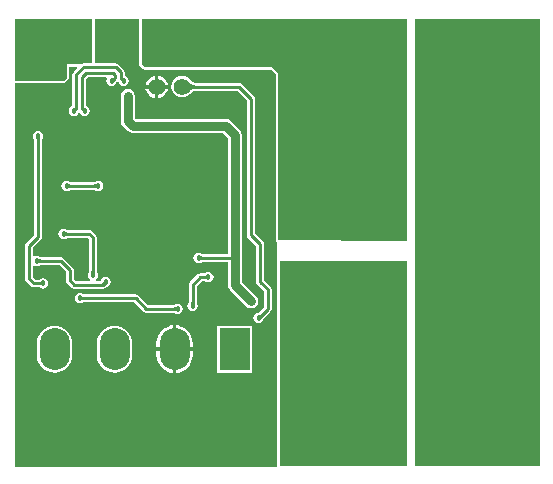
<source format=gbr>
G04 Layer_Physical_Order=2*
G04 Layer_Color=16711680*
%FSLAX25Y25*%
%MOIN*%
%TF.FileFunction,Copper,L2,Bot,Signal*%
%TF.Part,Single*%
G01*
G75*
%ADD25C,0.01000*%
%ADD27C,0.03000*%
%TA.AperFunction,ConnectorPad*%
%ADD28C,0.05512*%
%TA.AperFunction,ConnectorPad*%
G04:AMPARAMS|DCode=29|XSize=157.48mil|YSize=157.48mil|CornerRadius=39.37mil|HoleSize=0mil|Usage=FLASHONLY|Rotation=180.000|XOffset=0mil|YOffset=0mil|HoleType=Round|Shape=RoundedRectangle|*
%AMROUNDEDRECTD29*
21,1,0.15748,0.07874,0,0,180.0*
21,1,0.07874,0.15748,0,0,180.0*
1,1,0.07874,-0.03937,0.03937*
1,1,0.07874,0.03937,0.03937*
1,1,0.07874,0.03937,-0.03937*
1,1,0.07874,-0.03937,-0.03937*
%
%ADD29ROUNDEDRECTD29*%
%TA.AperFunction,ViaPad*%
%ADD30O,0.10000X0.14000*%
%TA.AperFunction,ViaPad*%
%ADD31R,0.10000X0.14000*%
%TA.AperFunction,ViaPad*%
G04:AMPARAMS|DCode=32|XSize=157.48mil|YSize=118.11mil|CornerRadius=29.53mil|HoleSize=0mil|Usage=FLASHONLY|Rotation=0.000|XOffset=0mil|YOffset=0mil|HoleType=Round|Shape=RoundedRectangle|*
%AMROUNDEDRECTD32*
21,1,0.15748,0.05906,0,0,0.0*
21,1,0.09843,0.11811,0,0,0.0*
1,1,0.05906,0.04921,-0.02953*
1,1,0.05906,-0.04921,-0.02953*
1,1,0.05906,-0.04921,0.02953*
1,1,0.05906,0.04921,0.02953*
%
%ADD32ROUNDEDRECTD32*%
%TA.AperFunction,ViaPad*%
%ADD33C,0.01800*%
G36*
X485000Y209500D02*
X442500D01*
Y278000D01*
X485000D01*
Y209500D01*
D02*
G37*
G36*
X395684Y343500D02*
X395746Y343188D01*
X395923Y342923D01*
X395923Y342923D01*
X396923Y341923D01*
X397188Y341746D01*
X397500Y341684D01*
X397500Y341684D01*
X439662D01*
X441184Y340162D01*
Y284978D01*
X441214Y284826D01*
X441243Y284674D01*
X441246Y284670D01*
X441246Y284666D01*
X441332Y284538D01*
X441417Y284407D01*
X441421Y284405D01*
X441423Y284401D01*
X441500Y284350D01*
Y209326D01*
X354326D01*
Y337184D01*
X370500D01*
X370812Y337246D01*
X371077Y337423D01*
X371077Y337423D01*
X372077Y338423D01*
X372254Y338688D01*
X372316Y339000D01*
X372316Y339000D01*
Y342684D01*
X374828D01*
X375020Y342222D01*
X373813Y341016D01*
X373525Y340586D01*
X373425Y340078D01*
Y329619D01*
X373337Y329601D01*
X372774Y329226D01*
X372399Y328663D01*
X372267Y328000D01*
X372399Y327337D01*
X372774Y326774D01*
X373337Y326399D01*
X374000Y326267D01*
X374663Y326399D01*
X375226Y326774D01*
X375467Y327136D01*
X376032D01*
X376274Y326774D01*
X376837Y326399D01*
X377500Y326267D01*
X378163Y326399D01*
X378726Y326774D01*
X379101Y327337D01*
X379233Y328000D01*
X379101Y328663D01*
X378726Y329226D01*
X378163Y329601D01*
X378076Y329619D01*
Y338701D01*
X378549Y339175D01*
X384710D01*
X384946Y338734D01*
X384899Y338663D01*
X384767Y338000D01*
X384899Y337337D01*
X385274Y336774D01*
X385837Y336399D01*
X386500Y336267D01*
X387163Y336399D01*
X387726Y336774D01*
X388101Y337337D01*
X388128Y337473D01*
X388590Y337672D01*
X388863Y337518D01*
X388899Y337337D01*
X389274Y336774D01*
X389837Y336399D01*
X390500Y336267D01*
X391163Y336399D01*
X391726Y336774D01*
X392101Y337337D01*
X392233Y338000D01*
X392101Y338663D01*
X391726Y339226D01*
X391163Y339601D01*
X390826Y339669D01*
Y340828D01*
X390725Y341336D01*
X390437Y341766D01*
X388766Y343437D01*
X388336Y343725D01*
X387828Y343826D01*
X380816D01*
Y358675D01*
X395684D01*
Y343500D01*
D02*
G37*
G36*
X377144Y329064D02*
X377225Y328999D01*
X377264Y328972D01*
X377303Y328950D01*
X377342Y328932D01*
X377380Y328918D01*
X377417Y328907D01*
X377454Y328902D01*
X377491Y328900D01*
X376600Y328009D01*
X376598Y328046D01*
X376592Y328083D01*
X376583Y328120D01*
X376568Y328158D01*
X376550Y328197D01*
X376528Y328236D01*
X376501Y328275D01*
X376470Y328315D01*
X376435Y328356D01*
X376396Y328397D01*
X377103Y329103D01*
X377144Y329064D01*
D02*
G37*
G36*
X529175Y209500D02*
X487500D01*
Y358675D01*
X529175D01*
Y209500D01*
D02*
G37*
G36*
X375103Y328397D02*
X375064Y328356D01*
X374999Y328275D01*
X374972Y328236D01*
X374950Y328197D01*
X374932Y328158D01*
X374918Y328120D01*
X374907Y328083D01*
X374902Y328046D01*
X374900Y328009D01*
X374009Y328900D01*
X374046Y328902D01*
X374083Y328907D01*
X374120Y328918D01*
X374158Y328932D01*
X374197Y328950D01*
X374236Y328972D01*
X374275Y328999D01*
X374315Y329030D01*
X374356Y329064D01*
X374396Y329103D01*
X375103Y328397D01*
D02*
G37*
G36*
X387765Y338557D02*
X387695Y338486D01*
X387530Y338294D01*
X387490Y338237D01*
X387457Y338184D01*
X387432Y338135D01*
X387414Y338089D01*
X387403Y338047D01*
X387400Y338009D01*
X386509Y338900D01*
X386547Y338903D01*
X386589Y338914D01*
X386635Y338932D01*
X386684Y338957D01*
X386737Y338990D01*
X386794Y339030D01*
X386918Y339133D01*
X386986Y339195D01*
X387057Y339264D01*
X387765Y338557D01*
D02*
G37*
G36*
X380000Y343826D02*
X377172D01*
X376664Y343725D01*
X376328Y343500D01*
X371500D01*
Y339000D01*
X370500Y338000D01*
X354326D01*
Y358675D01*
X380000D01*
Y343826D01*
D02*
G37*
G36*
X390014Y339195D02*
X390206Y339030D01*
X390263Y338990D01*
X390316Y338957D01*
X390365Y338932D01*
X390411Y338914D01*
X390453Y338903D01*
X390491Y338900D01*
X389600Y338009D01*
X389597Y338047D01*
X389586Y338089D01*
X389568Y338135D01*
X389543Y338184D01*
X389510Y338237D01*
X389470Y338294D01*
X389367Y338418D01*
X389305Y338486D01*
X389235Y338557D01*
X389943Y339264D01*
X390014Y339195D01*
D02*
G37*
G36*
X485000Y284856D02*
X484645Y284504D01*
X442000Y284978D01*
Y340500D01*
X440000Y342500D01*
X397500D01*
X396500Y343500D01*
Y358675D01*
X485000D01*
Y284856D01*
D02*
G37*
%LPC*%
G36*
X387500Y256328D02*
X386363Y256216D01*
X385270Y255884D01*
X384262Y255346D01*
X383379Y254621D01*
X382654Y253738D01*
X382116Y252730D01*
X381784Y251637D01*
X381672Y250500D01*
Y246500D01*
X381784Y245363D01*
X382116Y244270D01*
X382654Y243262D01*
X383379Y242379D01*
X384262Y241654D01*
X385270Y241116D01*
X386363Y240784D01*
X387500Y240672D01*
X388637Y240784D01*
X389730Y241116D01*
X390738Y241654D01*
X391621Y242379D01*
X392346Y243262D01*
X392884Y244270D01*
X393216Y245363D01*
X393328Y246500D01*
Y250500D01*
X393216Y251637D01*
X392884Y252730D01*
X392346Y253738D01*
X391621Y254621D01*
X390738Y255346D01*
X389730Y255884D01*
X388637Y256216D01*
X387500Y256328D01*
D02*
G37*
G36*
X433300Y256300D02*
X421700D01*
Y240700D01*
X433300D01*
Y256300D01*
D02*
G37*
G36*
X406900Y256470D02*
X406324Y256413D01*
X405193Y256070D01*
X404150Y255513D01*
X403237Y254763D01*
X402487Y253850D01*
X401930Y252807D01*
X401587Y251676D01*
X401471Y250500D01*
Y249100D01*
X406900D01*
Y256470D01*
D02*
G37*
G36*
X408100D02*
Y249100D01*
X413529D01*
Y250500D01*
X413413Y251676D01*
X413070Y252807D01*
X412513Y253850D01*
X411763Y254763D01*
X410850Y255513D01*
X409807Y256070D01*
X408676Y256413D01*
X408100Y256470D01*
D02*
G37*
G36*
X362000Y321233D02*
X361337Y321101D01*
X360774Y320726D01*
X360399Y320163D01*
X360267Y319500D01*
X360399Y318837D01*
X360672Y318428D01*
X360675Y318390D01*
Y286549D01*
X358063Y283937D01*
X357775Y283507D01*
X357675Y283000D01*
Y272000D01*
X357775Y271493D01*
X358063Y271063D01*
X359649Y269476D01*
X360079Y269189D01*
X360587Y269088D01*
X362498D01*
X362513Y269087D01*
X362923Y268812D01*
X363587Y268680D01*
X364250Y268812D01*
X364812Y269188D01*
X365188Y269750D01*
X365320Y270413D01*
X365188Y271077D01*
X364812Y271639D01*
X364250Y272015D01*
X363587Y272147D01*
X362923Y272015D01*
X362515Y271742D01*
X362477Y271739D01*
X361136D01*
X360326Y272549D01*
Y276199D01*
X360766Y276435D01*
X360868Y276367D01*
X361531Y276235D01*
X362195Y276367D01*
X362603Y276640D01*
X362642Y276643D01*
X368983D01*
X371175Y274451D01*
Y271500D01*
X371275Y270993D01*
X371563Y270563D01*
X373063Y269063D01*
X373493Y268775D01*
X374000Y268674D01*
X383500D01*
X384007Y268775D01*
X384437Y269063D01*
X384667Y269293D01*
X384679Y269302D01*
X385163Y269399D01*
X385726Y269774D01*
X386101Y270337D01*
X386233Y271000D01*
X386101Y271663D01*
X385726Y272226D01*
X385163Y272601D01*
X384500Y272733D01*
X383837Y272601D01*
X383274Y272226D01*
X382899Y271663D01*
X382831Y271325D01*
X381334D01*
X381183Y271826D01*
X381466Y272014D01*
X381841Y272577D01*
X381974Y273240D01*
X381841Y273903D01*
X381569Y274312D01*
X381566Y274350D01*
Y285760D01*
X381465Y286267D01*
X381177Y286697D01*
X379937Y287937D01*
X379507Y288225D01*
X379000Y288326D01*
X371589D01*
X371574Y288327D01*
X371163Y288601D01*
X370500Y288733D01*
X369837Y288601D01*
X369274Y288226D01*
X368899Y287663D01*
X368767Y287000D01*
X368899Y286337D01*
X369274Y285774D01*
X369837Y285399D01*
X370500Y285267D01*
X371163Y285399D01*
X371572Y285672D01*
X371610Y285675D01*
X378451D01*
X378915Y285211D01*
Y274329D01*
X378913Y274314D01*
X378639Y273903D01*
X378507Y273240D01*
X378639Y272577D01*
X379014Y272014D01*
X379297Y271826D01*
X379146Y271325D01*
X374549D01*
X373826Y272049D01*
Y275000D01*
X373725Y275507D01*
X373437Y275937D01*
X370469Y278906D01*
X370039Y279193D01*
X369531Y279294D01*
X362620D01*
X362606Y279295D01*
X362195Y279570D01*
X361531Y279702D01*
X360868Y279570D01*
X360766Y279502D01*
X360326Y279738D01*
Y282451D01*
X362937Y285063D01*
X363225Y285493D01*
X363326Y286000D01*
Y318411D01*
X363327Y318426D01*
X363601Y318837D01*
X363733Y319500D01*
X363601Y320163D01*
X363226Y320726D01*
X362663Y321101D01*
X362000Y321233D01*
D02*
G37*
G36*
X375988Y267221D02*
X375325Y267090D01*
X374763Y266714D01*
X374387Y266151D01*
X374255Y265488D01*
X374387Y264825D01*
X374763Y264263D01*
X375325Y263887D01*
X375988Y263755D01*
X376652Y263887D01*
X377060Y264160D01*
X377098Y264163D01*
X393963D01*
X397063Y261063D01*
X397493Y260775D01*
X398000Y260675D01*
X407411D01*
X407426Y260673D01*
X407837Y260399D01*
X408500Y260267D01*
X409163Y260399D01*
X409726Y260774D01*
X410101Y261337D01*
X410233Y262000D01*
X410101Y262663D01*
X409726Y263226D01*
X409163Y263601D01*
X408500Y263733D01*
X407837Y263601D01*
X407428Y263328D01*
X407390Y263326D01*
X398549D01*
X395449Y266425D01*
X395019Y266713D01*
X394512Y266814D01*
X377077D01*
X377062Y266815D01*
X376652Y267090D01*
X375988Y267221D01*
D02*
G37*
G36*
X418760Y274233D02*
X418096Y274101D01*
X417688Y273828D01*
X417650Y273826D01*
X416000D01*
X415493Y273725D01*
X415063Y273437D01*
X412563Y270937D01*
X412275Y270507D01*
X412175Y270000D01*
Y264089D01*
X412173Y264074D01*
X411899Y263663D01*
X411767Y263000D01*
X411899Y262337D01*
X412274Y261774D01*
X412837Y261399D01*
X413500Y261267D01*
X414163Y261399D01*
X414726Y261774D01*
X415101Y262337D01*
X415233Y263000D01*
X415101Y263663D01*
X414828Y264072D01*
X414825Y264110D01*
Y269451D01*
X416549Y271175D01*
X417671D01*
X417686Y271173D01*
X418096Y270899D01*
X418760Y270767D01*
X419423Y270899D01*
X419985Y271274D01*
X420361Y271837D01*
X420493Y272500D01*
X420361Y273163D01*
X419985Y273726D01*
X419423Y274101D01*
X418760Y274233D01*
D02*
G37*
G36*
X410000Y339587D02*
X409072Y339464D01*
X408207Y339106D01*
X407464Y338536D01*
X406894Y337793D01*
X406536Y336928D01*
X406413Y336000D01*
X406536Y335072D01*
X406894Y334207D01*
X407464Y333464D01*
X408207Y332894D01*
X409072Y332536D01*
X410000Y332413D01*
X410928Y332536D01*
X411793Y332894D01*
X412536Y333464D01*
X412596Y333542D01*
X413053Y333974D01*
X413274Y334156D01*
X413488Y334314D01*
X413685Y334441D01*
X413863Y334539D01*
X414022Y334608D01*
X414158Y334653D01*
X414265Y334675D01*
X428451D01*
X431674Y331451D01*
Y286500D01*
X431775Y285993D01*
X432063Y285563D01*
X434675Y282951D01*
Y271000D01*
X434775Y270493D01*
X435063Y270063D01*
X437175Y267951D01*
Y262549D01*
X435333Y260707D01*
X435321Y260698D01*
X434837Y260601D01*
X434274Y260226D01*
X433899Y259663D01*
X433767Y259000D01*
X433899Y258337D01*
X434274Y257774D01*
X434837Y257399D01*
X435500Y257267D01*
X436163Y257399D01*
X436726Y257774D01*
X437101Y258337D01*
X437197Y258819D01*
X437222Y258848D01*
X439437Y261063D01*
X439725Y261493D01*
X439825Y262000D01*
Y268500D01*
X439725Y269007D01*
X439437Y269437D01*
X437325Y271549D01*
Y283500D01*
X437225Y284007D01*
X436937Y284437D01*
X434326Y287049D01*
Y332000D01*
X434225Y332507D01*
X433937Y332937D01*
X429937Y336937D01*
X429507Y337225D01*
X429000Y337326D01*
X414265D01*
X414158Y337347D01*
X414022Y337392D01*
X413863Y337461D01*
X413685Y337559D01*
X413488Y337686D01*
X413282Y337838D01*
X412798Y338257D01*
X412603Y338448D01*
X412536Y338536D01*
X411793Y339106D01*
X410928Y339464D01*
X410000Y339587D01*
D02*
G37*
G36*
X391968Y335314D02*
X391071Y335135D01*
X390310Y334627D01*
X389802Y333866D01*
X389623Y332968D01*
Y324532D01*
X389802Y323634D01*
X390310Y322873D01*
X391842Y321342D01*
X392603Y320833D01*
X393500Y320655D01*
X423529D01*
X425155Y319029D01*
Y298000D01*
Y280326D01*
X416589D01*
X416574Y280327D01*
X416163Y280601D01*
X415500Y280733D01*
X414837Y280601D01*
X414274Y280226D01*
X413899Y279663D01*
X413767Y279000D01*
X413899Y278337D01*
X414274Y277774D01*
X414837Y277399D01*
X415500Y277267D01*
X416163Y277399D01*
X416572Y277672D01*
X416610Y277675D01*
X425155D01*
Y270000D01*
X425333Y269103D01*
X425842Y268342D01*
X431342Y262842D01*
X432103Y262333D01*
X433000Y262155D01*
X433897Y262333D01*
X434658Y262842D01*
X435167Y263603D01*
X435345Y264500D01*
X435167Y265397D01*
X434658Y266158D01*
X429845Y270971D01*
Y298000D01*
Y320000D01*
X429667Y320897D01*
X429158Y321658D01*
X426158Y324658D01*
X425397Y325167D01*
X424500Y325345D01*
X394471D01*
X394314Y325503D01*
Y332968D01*
X394135Y333866D01*
X393627Y334627D01*
X392866Y335135D01*
X391968Y335314D01*
D02*
G37*
G36*
X405209Y335400D02*
X402100D01*
Y332291D01*
X402481Y332341D01*
X403394Y332719D01*
X404179Y333321D01*
X404781Y334106D01*
X405159Y335019D01*
X405209Y335400D01*
D02*
G37*
G36*
X400900D02*
X397791D01*
X397841Y335019D01*
X398219Y334106D01*
X398821Y333321D01*
X399606Y332719D01*
X400520Y332341D01*
X400900Y332291D01*
Y335400D01*
D02*
G37*
G36*
X402100Y339709D02*
Y336600D01*
X405209D01*
X405159Y336981D01*
X404781Y337894D01*
X404179Y338679D01*
X403394Y339281D01*
X402481Y339659D01*
X402100Y339709D01*
D02*
G37*
G36*
X400900D02*
X400520Y339659D01*
X399606Y339281D01*
X398821Y338679D01*
X398219Y337894D01*
X397841Y336981D01*
X397791Y336600D01*
X400900D01*
Y339709D01*
D02*
G37*
G36*
X367500Y256328D02*
X366363Y256216D01*
X365270Y255884D01*
X364262Y255346D01*
X363379Y254621D01*
X362654Y253738D01*
X362116Y252730D01*
X361784Y251637D01*
X361672Y250500D01*
Y246500D01*
X361784Y245363D01*
X362116Y244270D01*
X362654Y243262D01*
X363379Y242379D01*
X364262Y241654D01*
X365270Y241116D01*
X366363Y240784D01*
X367500Y240672D01*
X368637Y240784D01*
X369730Y241116D01*
X370738Y241654D01*
X371621Y242379D01*
X372346Y243262D01*
X372884Y244270D01*
X373216Y245363D01*
X373328Y246500D01*
Y250500D01*
X373216Y251637D01*
X372884Y252730D01*
X372346Y253738D01*
X371621Y254621D01*
X370738Y255346D01*
X369730Y255884D01*
X368637Y256216D01*
X367500Y256328D01*
D02*
G37*
G36*
X413529Y247900D02*
X408100D01*
Y240530D01*
X408676Y240587D01*
X409807Y240930D01*
X410850Y241487D01*
X411763Y242237D01*
X412513Y243150D01*
X413070Y244193D01*
X413413Y245324D01*
X413529Y246500D01*
Y247900D01*
D02*
G37*
G36*
X382000Y304733D02*
X381337Y304601D01*
X380928Y304328D01*
X380890Y304326D01*
X372589D01*
X372574Y304327D01*
X372163Y304601D01*
X371500Y304733D01*
X370837Y304601D01*
X370274Y304226D01*
X369899Y303663D01*
X369767Y303000D01*
X369899Y302337D01*
X370274Y301774D01*
X370837Y301399D01*
X371500Y301267D01*
X372163Y301399D01*
X372572Y301672D01*
X372610Y301675D01*
X380911D01*
X380926Y301673D01*
X381337Y301399D01*
X382000Y301267D01*
X382663Y301399D01*
X383226Y301774D01*
X383601Y302337D01*
X383733Y303000D01*
X383601Y303663D01*
X383226Y304226D01*
X382663Y304601D01*
X382000Y304733D01*
D02*
G37*
G36*
X406900Y247900D02*
X401471D01*
Y246500D01*
X401587Y245324D01*
X401930Y244193D01*
X402487Y243150D01*
X403237Y242237D01*
X404150Y241487D01*
X405193Y240930D01*
X406324Y240587D01*
X406900Y240530D01*
Y247900D01*
D02*
G37*
%LPD*%
G36*
X407857Y261370D02*
X407828Y261395D01*
X407791Y261417D01*
X407746Y261436D01*
X407693Y261453D01*
X407632Y261468D01*
X407564Y261479D01*
X407403Y261495D01*
X407311Y261499D01*
X407212Y261500D01*
Y262500D01*
X407311Y262501D01*
X407564Y262521D01*
X407632Y262532D01*
X407693Y262547D01*
X407746Y262564D01*
X407791Y262583D01*
X407828Y262605D01*
X407857Y262630D01*
Y261370D01*
D02*
G37*
G36*
X436764Y259557D02*
X436695Y259486D01*
X436530Y259294D01*
X436490Y259237D01*
X436457Y259184D01*
X436432Y259135D01*
X436414Y259089D01*
X436403Y259047D01*
X436400Y259009D01*
X435509Y259900D01*
X435547Y259903D01*
X435589Y259914D01*
X435635Y259932D01*
X435684Y259957D01*
X435737Y259990D01*
X435794Y260030D01*
X435918Y260133D01*
X435986Y260195D01*
X436057Y260264D01*
X436764Y259557D01*
D02*
G37*
G36*
X372172Y303605D02*
X372209Y303583D01*
X372254Y303564D01*
X372307Y303547D01*
X372368Y303533D01*
X372436Y303521D01*
X372597Y303505D01*
X372689Y303501D01*
X372788Y303500D01*
Y302500D01*
X372689Y302499D01*
X372436Y302479D01*
X372368Y302467D01*
X372307Y302453D01*
X372254Y302436D01*
X372209Y302417D01*
X372172Y302395D01*
X372143Y302370D01*
Y303630D01*
X372172Y303605D01*
D02*
G37*
G36*
X371172Y287605D02*
X371209Y287583D01*
X371254Y287564D01*
X371307Y287547D01*
X371368Y287532D01*
X371436Y287521D01*
X371597Y287505D01*
X371689Y287501D01*
X371788Y287500D01*
Y286500D01*
X371689Y286499D01*
X371436Y286479D01*
X371368Y286468D01*
X371307Y286453D01*
X371254Y286436D01*
X371209Y286417D01*
X371172Y286395D01*
X371143Y286370D01*
Y287630D01*
X371172Y287605D01*
D02*
G37*
G36*
X416172Y279605D02*
X416209Y279583D01*
X416254Y279564D01*
X416307Y279547D01*
X416368Y279533D01*
X416436Y279521D01*
X416597Y279505D01*
X416689Y279501D01*
X416788Y279500D01*
Y278500D01*
X416689Y278499D01*
X416436Y278479D01*
X416368Y278467D01*
X416307Y278453D01*
X416254Y278436D01*
X416209Y278417D01*
X416172Y278395D01*
X416143Y278370D01*
Y279630D01*
X416172Y279605D01*
D02*
G37*
G36*
X412244Y337658D02*
X412772Y337200D01*
X413024Y337015D01*
X413267Y336857D01*
X413503Y336729D01*
X413730Y336629D01*
X413950Y336557D01*
X414161Y336514D01*
X414364Y336500D01*
Y335500D01*
X414161Y335486D01*
X413950Y335443D01*
X413730Y335371D01*
X413503Y335271D01*
X413267Y335143D01*
X413024Y334985D01*
X412772Y334800D01*
X412512Y334585D01*
X411968Y334071D01*
Y337929D01*
X412244Y337658D01*
D02*
G37*
G36*
X362605Y318828D02*
X362583Y318791D01*
X362564Y318746D01*
X362547Y318693D01*
X362532Y318632D01*
X362521Y318564D01*
X362505Y318403D01*
X362501Y318311D01*
X362500Y318212D01*
X361500D01*
X361499Y318311D01*
X361479Y318564D01*
X361468Y318632D01*
X361453Y318693D01*
X361436Y318746D01*
X361417Y318791D01*
X361395Y318828D01*
X361370Y318857D01*
X362630D01*
X362605Y318828D01*
D02*
G37*
G36*
X381357Y302370D02*
X381328Y302395D01*
X381291Y302417D01*
X381246Y302436D01*
X381193Y302453D01*
X381132Y302467D01*
X381064Y302479D01*
X380903Y302495D01*
X380811Y302499D01*
X380712Y302500D01*
Y303500D01*
X380811Y303501D01*
X381064Y303521D01*
X381132Y303533D01*
X381193Y303547D01*
X381246Y303564D01*
X381291Y303583D01*
X381328Y303605D01*
X381357Y303630D01*
Y302370D01*
D02*
G37*
G36*
X362204Y278574D02*
X362241Y278552D01*
X362286Y278532D01*
X362339Y278515D01*
X362399Y278501D01*
X362468Y278489D01*
X362628Y278474D01*
X362720Y278470D01*
X362820Y278468D01*
Y277468D01*
X362720Y277467D01*
X362468Y277448D01*
X362399Y277436D01*
X362339Y277422D01*
X362286Y277405D01*
X362241Y277385D01*
X362204Y277363D01*
X362174Y277339D01*
Y278598D01*
X362204Y278574D01*
D02*
G37*
G36*
X384491Y270100D02*
X384453Y270097D01*
X384411Y270086D01*
X384365Y270068D01*
X384316Y270043D01*
X384263Y270010D01*
X384206Y269970D01*
X384082Y269867D01*
X384014Y269805D01*
X383943Y269736D01*
X383236Y270443D01*
X383305Y270514D01*
X383470Y270706D01*
X383510Y270763D01*
X383543Y270816D01*
X383568Y270865D01*
X383586Y270911D01*
X383597Y270953D01*
X383600Y270991D01*
X384491Y270100D01*
D02*
G37*
G36*
X376660Y266093D02*
X376697Y266071D01*
X376743Y266052D01*
X376795Y266035D01*
X376856Y266021D01*
X376924Y266009D01*
X377085Y265993D01*
X377177Y265989D01*
X377276Y265988D01*
Y264988D01*
X377177Y264987D01*
X376924Y264967D01*
X376856Y264956D01*
X376795Y264941D01*
X376743Y264925D01*
X376697Y264905D01*
X376660Y264883D01*
X376631Y264858D01*
Y266118D01*
X376660Y266093D01*
D02*
G37*
G36*
X414001Y264189D02*
X414021Y263936D01*
X414033Y263868D01*
X414047Y263807D01*
X414064Y263754D01*
X414083Y263709D01*
X414105Y263672D01*
X414130Y263643D01*
X412870D01*
X412895Y263672D01*
X412917Y263709D01*
X412936Y263754D01*
X412953Y263807D01*
X412967Y263868D01*
X412979Y263936D01*
X412995Y264097D01*
X412999Y264189D01*
X413000Y264288D01*
X414000D01*
X414001Y264189D01*
D02*
G37*
G36*
X380741Y274429D02*
X380761Y274177D01*
X380773Y274108D01*
X380787Y274047D01*
X380804Y273994D01*
X380823Y273950D01*
X380845Y273912D01*
X380870Y273883D01*
X379610D01*
X379635Y273912D01*
X379657Y273950D01*
X379677Y273994D01*
X379693Y274047D01*
X379708Y274108D01*
X379719Y274177D01*
X379735Y274337D01*
X379739Y274429D01*
X379740Y274529D01*
X380740D01*
X380741Y274429D01*
D02*
G37*
G36*
X418117Y271870D02*
X418088Y271895D01*
X418050Y271917D01*
X418006Y271936D01*
X417953Y271953D01*
X417892Y271968D01*
X417824Y271979D01*
X417663Y271995D01*
X417571Y271999D01*
X417472Y272000D01*
Y273000D01*
X417571Y273001D01*
X417824Y273021D01*
X417892Y273032D01*
X417953Y273047D01*
X418006Y273064D01*
X418050Y273083D01*
X418088Y273105D01*
X418117Y273130D01*
Y271870D01*
D02*
G37*
G36*
X362944Y269783D02*
X362914Y269808D01*
X362877Y269830D01*
X362832Y269850D01*
X362779Y269867D01*
X362719Y269881D01*
X362650Y269893D01*
X362490Y269908D01*
X362398Y269912D01*
X362298Y269913D01*
Y270913D01*
X362398Y270915D01*
X362650Y270934D01*
X362719Y270946D01*
X362779Y270960D01*
X362832Y270977D01*
X362877Y270997D01*
X362914Y271019D01*
X362944Y271043D01*
Y269783D01*
D02*
G37*
D25*
X435500Y259000D02*
X438500Y262000D01*
Y268500D01*
X436000Y271000D02*
X438500Y268500D01*
X436000Y271000D02*
Y283500D01*
X433000Y286500D02*
X436000Y283500D01*
X433000Y286500D02*
Y332000D01*
X429000Y336000D02*
X433000Y332000D01*
X410000Y336000D02*
X429000D01*
X371500Y303000D02*
X382000D01*
X360587Y270413D02*
X363587D01*
X359000Y272000D02*
X360587Y270413D01*
X359000Y272000D02*
Y283000D01*
X362000Y286000D02*
Y319500D01*
X359000Y283000D02*
X362000Y286000D01*
X383500Y270000D02*
X384500Y271000D01*
X374000Y270000D02*
X383500D01*
X372500Y271500D02*
X374000Y270000D01*
X372500Y271500D02*
Y275000D01*
X369531Y277969D02*
X372500Y275000D01*
X361531Y277969D02*
X369531D01*
X398000Y262000D02*
X408500D01*
X394512Y265488D02*
X398000Y262000D01*
X375988Y265488D02*
X394512D01*
X380240Y273240D02*
Y285760D01*
X379000Y287000D02*
X380240Y285760D01*
X370500Y287000D02*
X379000D01*
X389500Y339000D02*
X390500Y338000D01*
X386500D02*
X387500Y339000D01*
X389500D02*
Y340828D01*
X387500Y339000D02*
Y340000D01*
X387828Y342500D02*
X389500Y340828D01*
X377172Y342500D02*
X387828D01*
X374750Y340078D02*
X377172Y342500D01*
X387000Y340500D02*
X387500Y340000D01*
X378000Y340500D02*
X387000D01*
X376750Y339250D02*
X378000Y340500D01*
X376750Y328750D02*
Y339250D01*
Y328750D02*
X377500Y328000D01*
X374750Y328750D02*
Y340078D01*
X374000Y328000D02*
X374750Y328750D01*
X416000Y272500D02*
X418760D01*
X413500Y270000D02*
X416000Y272500D01*
X413500Y263000D02*
Y270000D01*
X415500Y279000D02*
X427000D01*
D27*
X424500Y323000D02*
X427500Y320000D01*
X393500Y323000D02*
X424500D01*
X391968Y324532D02*
X393500Y323000D01*
X391968Y324532D02*
Y332968D01*
X427500Y270000D02*
Y298000D01*
Y320000D01*
Y270000D02*
X433000Y264500D01*
D28*
X410000Y336000D02*
D03*
X401500D02*
D03*
D29*
X362500Y347500D02*
D03*
D30*
X367500Y248500D02*
D03*
X387500D02*
D03*
X407500D02*
D03*
D31*
X427500D02*
D03*
D32*
X500658Y244173D02*
D03*
X520342D02*
D03*
Y215827D02*
D03*
X500658D02*
D03*
X451158Y244173D02*
D03*
X470843D02*
D03*
Y215827D02*
D03*
X451158D02*
D03*
Y352173D02*
D03*
X470843D02*
D03*
Y323827D02*
D03*
X451158D02*
D03*
X500658Y352673D02*
D03*
X520342D02*
D03*
Y324327D02*
D03*
X500658D02*
D03*
D33*
X435500Y259000D02*
D03*
X388500Y353000D02*
D03*
X387000Y330500D02*
D03*
X438500Y332500D02*
D03*
X382000Y303000D02*
D03*
X371500D02*
D03*
X362000Y319500D02*
D03*
X363587Y270413D02*
D03*
X358500Y287750D02*
D03*
X374000Y256000D02*
D03*
X366740Y263260D02*
D03*
X361531Y277969D02*
D03*
X384500Y271000D02*
D03*
X408500Y262000D02*
D03*
X375988Y265488D02*
D03*
X370500Y287000D02*
D03*
X380240Y273240D02*
D03*
X366000Y274500D02*
D03*
X376500Y273500D02*
D03*
X404000Y345000D02*
D03*
X402000D02*
D03*
X400000D02*
D03*
X398000D02*
D03*
Y347000D02*
D03*
X400000D02*
D03*
X402000D02*
D03*
X404000D02*
D03*
Y349000D02*
D03*
X402000D02*
D03*
X400000D02*
D03*
X398000D02*
D03*
Y351000D02*
D03*
X400000D02*
D03*
X402000D02*
D03*
X404000D02*
D03*
Y353000D02*
D03*
X402000D02*
D03*
X400000D02*
D03*
X398000D02*
D03*
X370500Y283500D02*
D03*
X390500Y338000D02*
D03*
X386500D02*
D03*
X374000Y328000D02*
D03*
X377500D02*
D03*
X372500Y346500D02*
D03*
X374500D02*
D03*
X376500D02*
D03*
X378500D02*
D03*
Y348500D02*
D03*
X376500D02*
D03*
X374500D02*
D03*
X372500D02*
D03*
Y350500D02*
D03*
Y352500D02*
D03*
X374500Y350500D02*
D03*
X376500D02*
D03*
X378500D02*
D03*
Y352500D02*
D03*
X376500D02*
D03*
X374500D02*
D03*
X372500Y354500D02*
D03*
Y356500D02*
D03*
X374500Y354500D02*
D03*
X376500D02*
D03*
X374500Y356500D02*
D03*
X376500D02*
D03*
X378500D02*
D03*
Y354500D02*
D03*
X414000Y345000D02*
D03*
Y347000D02*
D03*
Y349000D02*
D03*
Y351000D02*
D03*
Y353000D02*
D03*
Y355000D02*
D03*
Y357000D02*
D03*
X412000D02*
D03*
X410000D02*
D03*
X408000D02*
D03*
X406000D02*
D03*
X404000D02*
D03*
X402000D02*
D03*
X400000D02*
D03*
X398000D02*
D03*
Y355000D02*
D03*
X400000D02*
D03*
X402000D02*
D03*
X404000D02*
D03*
X406000D02*
D03*
X408000D02*
D03*
X410000D02*
D03*
X412000D02*
D03*
Y353000D02*
D03*
X410000D02*
D03*
Y351000D02*
D03*
X412000D02*
D03*
Y349000D02*
D03*
X410000D02*
D03*
Y347000D02*
D03*
X412000D02*
D03*
Y345000D02*
D03*
X410000D02*
D03*
X408000D02*
D03*
X406000D02*
D03*
Y347000D02*
D03*
X408000D02*
D03*
Y349000D02*
D03*
X406000D02*
D03*
Y351000D02*
D03*
X408000D02*
D03*
Y353000D02*
D03*
X406000D02*
D03*
X451000Y296000D02*
D03*
X453000D02*
D03*
X455000D02*
D03*
X457000D02*
D03*
X459000D02*
D03*
X461000D02*
D03*
X463000D02*
D03*
X465000D02*
D03*
X467000D02*
D03*
X469000D02*
D03*
X471000D02*
D03*
X473000D02*
D03*
X475000D02*
D03*
X477000D02*
D03*
Y294000D02*
D03*
X475000D02*
D03*
X473000D02*
D03*
X471000D02*
D03*
Y292000D02*
D03*
X473000D02*
D03*
X475000D02*
D03*
X477000D02*
D03*
Y290000D02*
D03*
X475000D02*
D03*
X473000D02*
D03*
X471000D02*
D03*
Y288000D02*
D03*
X473000D02*
D03*
X475000D02*
D03*
X477000D02*
D03*
Y286000D02*
D03*
X475000D02*
D03*
X473000D02*
D03*
X471000D02*
D03*
X417000Y255500D02*
D03*
X411000Y269000D02*
D03*
X413500Y263000D02*
D03*
X408827Y283327D02*
D03*
X418760Y272500D02*
D03*
X415500Y279000D02*
D03*
X422500Y272500D02*
D03*
X504000Y314000D02*
D03*
X506500D02*
D03*
X509000D02*
D03*
X511500D02*
D03*
X514000D02*
D03*
X516500D02*
D03*
X504000Y311500D02*
D03*
X506500D02*
D03*
X509000D02*
D03*
X511500D02*
D03*
X514000D02*
D03*
X516500D02*
D03*
Y309000D02*
D03*
X514000D02*
D03*
X511500D02*
D03*
X509000D02*
D03*
X506500D02*
D03*
X504000D02*
D03*
X501500Y314000D02*
D03*
Y311500D02*
D03*
Y309000D02*
D03*
X499000D02*
D03*
Y311500D02*
D03*
Y314000D02*
D03*
X519000D02*
D03*
Y311500D02*
D03*
Y309000D02*
D03*
X521500D02*
D03*
Y311500D02*
D03*
Y314000D02*
D03*
Y306500D02*
D03*
X519000D02*
D03*
X516500D02*
D03*
X514000D02*
D03*
X511500D02*
D03*
X509000D02*
D03*
X506500D02*
D03*
X504000D02*
D03*
X501500D02*
D03*
X499000D02*
D03*
X520000Y252500D02*
D03*
X517500D02*
D03*
X515000D02*
D03*
X512500D02*
D03*
X510000D02*
D03*
X507500D02*
D03*
X505000D02*
D03*
X502500D02*
D03*
X500000D02*
D03*
X497500D02*
D03*
X495000D02*
D03*
X492500D02*
D03*
Y255000D02*
D03*
X495000D02*
D03*
X497500D02*
D03*
X500000D02*
D03*
X502500D02*
D03*
X505000D02*
D03*
X507500D02*
D03*
X510000D02*
D03*
X512500D02*
D03*
X515000D02*
D03*
X517500D02*
D03*
X520000D02*
D03*
Y257500D02*
D03*
X517500D02*
D03*
X515000D02*
D03*
X512500D02*
D03*
X510000D02*
D03*
X507500D02*
D03*
X505000D02*
D03*
X502500D02*
D03*
X500000D02*
D03*
X497500D02*
D03*
X495000D02*
D03*
X492500D02*
D03*
X451000Y276500D02*
D03*
X453000D02*
D03*
X455000D02*
D03*
X457000D02*
D03*
X459000D02*
D03*
X461000D02*
D03*
X463000D02*
D03*
X465000D02*
D03*
X467000D02*
D03*
X469000D02*
D03*
X451000Y274500D02*
D03*
X453000D02*
D03*
X455000D02*
D03*
X457000D02*
D03*
X459000D02*
D03*
X461000D02*
D03*
X463000D02*
D03*
X465000D02*
D03*
X467000D02*
D03*
X469000D02*
D03*
Y272500D02*
D03*
X467000D02*
D03*
X465000D02*
D03*
X463000D02*
D03*
X461000D02*
D03*
X457000D02*
D03*
X455000D02*
D03*
X453000D02*
D03*
X451000D02*
D03*
X459000D02*
D03*
X451000Y270500D02*
D03*
Y268500D02*
D03*
Y266500D02*
D03*
X453000Y270500D02*
D03*
Y268500D02*
D03*
Y266500D02*
D03*
X455000D02*
D03*
Y268500D02*
D03*
Y270500D02*
D03*
X459000D02*
D03*
X461000D02*
D03*
X463000D02*
D03*
X465000D02*
D03*
X467000D02*
D03*
X469000D02*
D03*
Y268500D02*
D03*
X467000D02*
D03*
X465000D02*
D03*
X457000Y270500D02*
D03*
Y268500D02*
D03*
X459000D02*
D03*
X461000D02*
D03*
X457000Y266500D02*
D03*
X459000D02*
D03*
X461000D02*
D03*
X463000Y268500D02*
D03*
Y266500D02*
D03*
X465000D02*
D03*
X467000D02*
D03*
X469000D02*
D03*
X471000Y276500D02*
D03*
Y274500D02*
D03*
Y272500D02*
D03*
Y270500D02*
D03*
Y268500D02*
D03*
Y266500D02*
D03*
X473000Y276500D02*
D03*
Y274500D02*
D03*
Y272500D02*
D03*
Y270500D02*
D03*
Y268500D02*
D03*
Y266500D02*
D03*
X475000Y276500D02*
D03*
Y274500D02*
D03*
Y272500D02*
D03*
Y270500D02*
D03*
Y268500D02*
D03*
Y266500D02*
D03*
X451000Y286000D02*
D03*
X453000D02*
D03*
X455000D02*
D03*
X457000D02*
D03*
X459000D02*
D03*
X461000D02*
D03*
X463000D02*
D03*
X465000D02*
D03*
X467000D02*
D03*
X469000D02*
D03*
Y288000D02*
D03*
X467000D02*
D03*
X465000D02*
D03*
X463000D02*
D03*
X461000D02*
D03*
X459000D02*
D03*
X457000D02*
D03*
X455000D02*
D03*
X453000D02*
D03*
X451000D02*
D03*
Y290000D02*
D03*
X453000D02*
D03*
X455000D02*
D03*
X457000D02*
D03*
X459000D02*
D03*
X463000D02*
D03*
X465000D02*
D03*
X467000D02*
D03*
X469000D02*
D03*
X461000D02*
D03*
X477000Y276500D02*
D03*
Y274500D02*
D03*
Y272500D02*
D03*
Y270500D02*
D03*
Y268500D02*
D03*
Y266500D02*
D03*
X451000Y292000D02*
D03*
X453000D02*
D03*
X455000D02*
D03*
X457000D02*
D03*
X459000D02*
D03*
X461000D02*
D03*
X463000D02*
D03*
X465000D02*
D03*
X467000D02*
D03*
X469000D02*
D03*
Y294000D02*
D03*
X467000D02*
D03*
X465000D02*
D03*
X463000D02*
D03*
X461000D02*
D03*
X459000D02*
D03*
X457000D02*
D03*
X455000D02*
D03*
X453000D02*
D03*
X451000D02*
D03*
X391968Y332968D02*
D03*
X388500Y292500D02*
D03*
X390500Y294500D02*
D03*
X388500D02*
D03*
X390500Y292500D02*
D03*
X402000Y329500D02*
D03*
X427500Y298000D02*
D03*
X433000Y264500D02*
D03*
Y277000D02*
D03*
X418469Y295532D02*
D03*
X415500Y283000D02*
D03*
X402500Y265000D02*
D03*
X402000Y327500D02*
D03*
X404000Y329500D02*
D03*
Y327500D02*
D03*
X495000Y282500D02*
D03*
Y284500D02*
D03*
Y286500D02*
D03*
X493000D02*
D03*
X491000D02*
D03*
X493000Y284500D02*
D03*
X491000D02*
D03*
X493000Y282500D02*
D03*
X491000D02*
D03*
X495000Y288500D02*
D03*
X493000D02*
D03*
X491000D02*
D03*
Y290500D02*
D03*
X493000D02*
D03*
X495000D02*
D03*
Y292500D02*
D03*
X493000D02*
D03*
X491000D02*
D03*
Y280500D02*
D03*
Y278500D02*
D03*
X493000D02*
D03*
X495000Y280500D02*
D03*
Y278500D02*
D03*
X493000Y280500D02*
D03*
X495000Y294500D02*
D03*
X493000D02*
D03*
X491000D02*
D03*
X498500Y286000D02*
D03*
Y284000D02*
D03*
Y282000D02*
D03*
X500500D02*
D03*
Y284000D02*
D03*
Y286000D02*
D03*
X502500D02*
D03*
Y284000D02*
D03*
Y282000D02*
D03*
X504500D02*
D03*
Y284000D02*
D03*
Y286000D02*
D03*
X506500D02*
D03*
Y284000D02*
D03*
Y282000D02*
D03*
X508500D02*
D03*
Y284000D02*
D03*
Y286000D02*
D03*
X510500D02*
D03*
Y284000D02*
D03*
Y282000D02*
D03*
X512500D02*
D03*
Y284000D02*
D03*
Y286000D02*
D03*
X514500D02*
D03*
Y284000D02*
D03*
Y282000D02*
D03*
X516500D02*
D03*
Y284000D02*
D03*
Y286000D02*
D03*
X518500D02*
D03*
Y284000D02*
D03*
Y282000D02*
D03*
%TF.MD5,19BF4368EADC758643833CA30FD158A1*%
M02*

</source>
